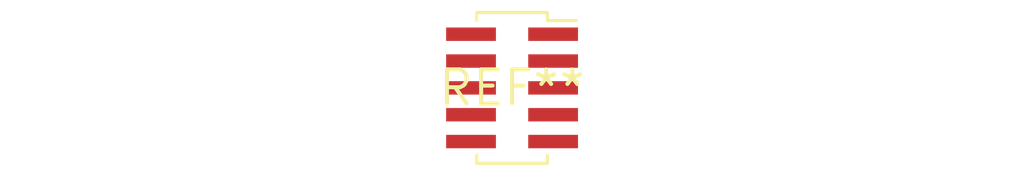
<source format=kicad_pcb>
(kicad_pcb (version 20240108) (generator pcbnew)
  (layers (0 "F.Cu" signal) (31 "B.Cu" signal) (34 "B.Paste" user) (35 "F.Paste" user) (36 "B.SilkS" user "B.Silkscreen") (37 "F.SilkS" user "F.Silkscreen") (38 "B.Mask" user) (39 "F.Mask" user) (44 "Edge.Cuts" user))
  (net 0 "")
  (footprint "PinSocket_2x05_P1.00mm_Vertical_SMD" (layer "F.Cu") (at 0 0)
    (property "Reference" "REF**")
    (property "Value" "PinSocket_2x05_P1.00mm_Vertical_SMD")
    (fp_line (start -1.31 -2.81) (end -1.31 -2.51) (layer "F.SilkS") (stroke (width 0.12)))
    (fp_line (start -1.31 -2.81) (end 1.31 -2.81) (layer "F.SilkS") (stroke (width 0.12)))
    (fp_line (start -1.31 2.51) (end -1.31 2.81) (layer "F.SilkS") (stroke (width 0.12)))
    (fp_line (start -1.31 2.81) (end 1.31 2.81) (layer "F.SilkS") (stroke (width 0.12)))
    (fp_line (start 1.31 -2.81) (end 1.31 -2.51) (layer "F.SilkS") (stroke (width 0.12)))
    (fp_line (start 1.31 -2.51) (end 2.39 -2.51) (layer "F.SilkS") (stroke (width 0.12)))
    (fp_line (start 1.31 2.51) (end 1.31 2.81) (layer "F.SilkS") (stroke (width 0.12)))
    (pad "1" smd rect (at 1.525 -2) (size 1.85 0.5) (layers "F.Cu" "F.Paste" "F.Mask"))
    (pad "2" smd rect (at -1.525 -2) (size 1.85 0.5) (layers "F.Cu" "F.Paste" "F.Mask"))
    (pad "3" smd rect (at 1.525 -1) (size 1.85 0.5) (layers "F.Cu" "F.Paste" "F.Mask"))
    (pad "4" smd rect (at -1.525 -1) (size 1.85 0.5) (layers "F.Cu" "F.Paste" "F.Mask"))
    (pad "5" smd rect (at 1.525 0) (size 1.85 0.5) (layers "F.Cu" "F.Paste" "F.Mask"))
    (pad "6" smd rect (at -1.525 0) (size 1.85 0.5) (layers "F.Cu" "F.Paste" "F.Mask"))
    (pad "7" smd rect (at 1.525 1) (size 1.85 0.5) (layers "F.Cu" "F.Paste" "F.Mask"))
    (pad "8" smd rect (at -1.525 1) (size 1.85 0.5) (layers "F.Cu" "F.Paste" "F.Mask"))
    (pad "9" smd rect (at 1.525 2) (size 1.85 0.5) (layers "F.Cu" "F.Paste" "F.Mask"))
    (pad "10" smd rect (at -1.525 2) (size 1.85 0.5) (layers "F.Cu" "F.Paste" "F.Mask"))
  )
)
</source>
